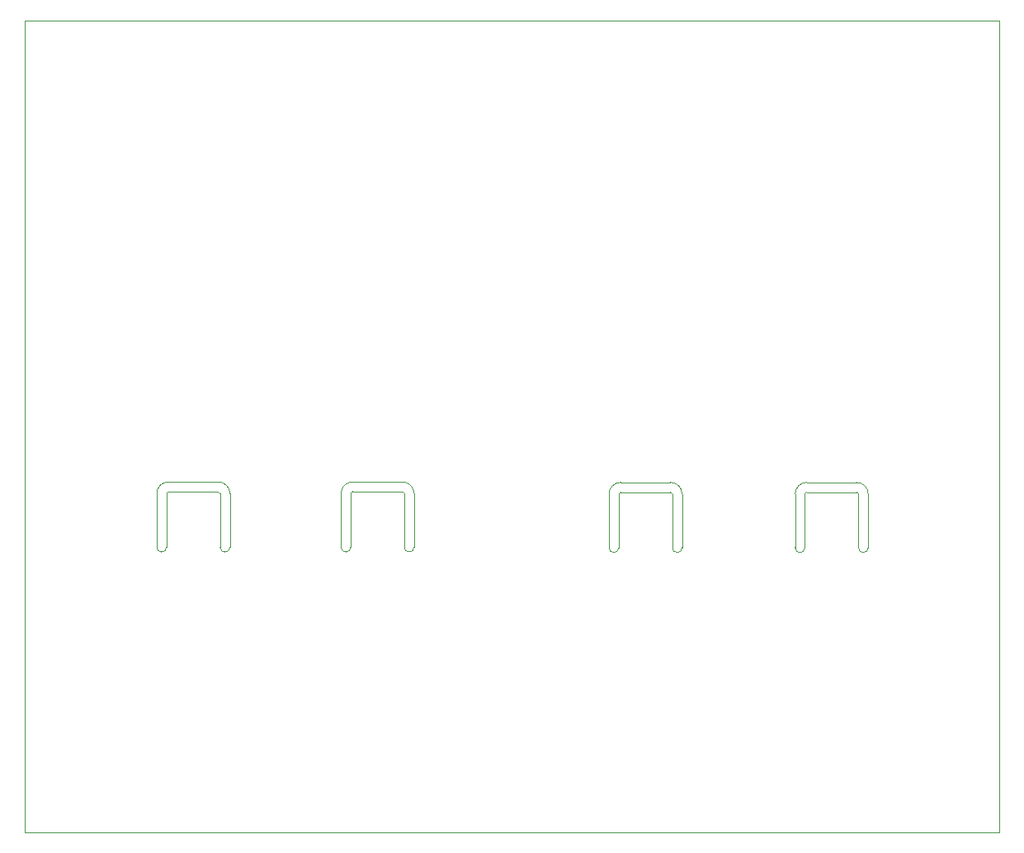
<source format=gbr>
%TF.GenerationSoftware,KiCad,Pcbnew,8.0.5*%
%TF.CreationDate,2025-03-13T21:04:31+01:00*%
%TF.ProjectId,esp32_blinds_controller,65737033-325f-4626-9c69-6e64735f636f,V0.2*%
%TF.SameCoordinates,Original*%
%TF.FileFunction,Paste,Top*%
%TF.FilePolarity,Positive*%
%FSLAX46Y46*%
G04 Gerber Fmt 4.6, Leading zero omitted, Abs format (unit mm)*
G04 Created by KiCad (PCBNEW 8.0.5) date 2025-03-13 21:04:31*
%MOMM*%
%LPD*%
G01*
G04 APERTURE LIST*
%TA.AperFunction,Profile*%
%ADD10C,0.050000*%
%TD*%
%TA.AperFunction,Profile*%
%ADD11C,0.120000*%
%TD*%
G04 APERTURE END LIST*
D10*
X139900000Y-103048528D02*
G75*
G02*
X141100000Y-104248528I0J-1200000D01*
G01*
X167400000Y-103100000D02*
G75*
G02*
X168600000Y-104300000I0J-1200000D01*
G01*
X168600000Y-109800000D02*
G75*
G02*
X167600000Y-109800000I-500000J0D01*
G01*
X187700000Y-109800000D02*
X187700000Y-104300000D01*
X161100000Y-109800000D02*
X161100000Y-104300000D01*
X134600000Y-109748528D02*
X134600000Y-104248528D01*
X122200000Y-109750000D02*
G75*
G02*
X121200000Y-109750000I-500000J0D01*
G01*
X122200000Y-109750000D02*
X122200000Y-104250000D01*
X134800000Y-103048528D02*
X139900000Y-103048528D01*
X162300000Y-104100000D02*
X167400000Y-104100000D01*
X141100000Y-109748528D02*
X141100000Y-104248528D01*
X181200000Y-109800000D02*
G75*
G02*
X180200000Y-109800000I-500000J0D01*
G01*
X121000000Y-103050000D02*
G75*
G02*
X122200000Y-104250000I0J-1200000D01*
G01*
X181400000Y-104100000D02*
X186500000Y-104100000D01*
X162100000Y-104300000D02*
G75*
G02*
X162300000Y-104100000I200000J0D01*
G01*
X133600000Y-104248528D02*
G75*
G02*
X134800000Y-103048528I1200000J0D01*
G01*
X121200000Y-109750000D02*
X121200000Y-104250000D01*
X187700000Y-109800000D02*
G75*
G02*
X186700000Y-109800000I-500000J0D01*
G01*
X115900000Y-104050000D02*
X121000000Y-104050000D01*
X115700000Y-109750000D02*
X115700000Y-104250000D01*
X167400000Y-104100000D02*
G75*
G02*
X167600000Y-104300000I0J-200000D01*
G01*
X141100000Y-109748528D02*
G75*
G02*
X140100000Y-109748528I-500000J0D01*
G01*
X186700000Y-109800000D02*
X186700000Y-104300000D01*
X180200000Y-104300000D02*
G75*
G02*
X181400000Y-103100000I1200000J0D01*
G01*
X134800000Y-104048528D02*
X139900000Y-104048528D01*
X181200000Y-104300000D02*
G75*
G02*
X181400000Y-104100000I200000J0D01*
G01*
X186500000Y-104100000D02*
G75*
G02*
X186700000Y-104300000I0J-200000D01*
G01*
X162100000Y-109800000D02*
G75*
G02*
X161100000Y-109800000I-500000J0D01*
G01*
X139900000Y-104048528D02*
G75*
G02*
X140100000Y-104248528I0J-200000D01*
G01*
X115700000Y-109750000D02*
G75*
G02*
X114700000Y-109750000I-500000J0D01*
G01*
X186500000Y-103100000D02*
G75*
G02*
X187700000Y-104300000I0J-1200000D01*
G01*
X180200000Y-109800000D02*
X180200000Y-104300000D01*
X162100000Y-109800000D02*
X162100000Y-104300000D01*
X134600000Y-104248528D02*
G75*
G02*
X134800000Y-104048528I200000J0D01*
G01*
X115900000Y-103050000D02*
X121000000Y-103050000D01*
X121000000Y-104050000D02*
G75*
G02*
X121200000Y-104250000I0J-200000D01*
G01*
X140100000Y-109748528D02*
X140100000Y-104248528D01*
X181200000Y-109800000D02*
X181200000Y-104300000D01*
X114700000Y-109750000D02*
X114700000Y-104250000D01*
X168600000Y-109800000D02*
X168600000Y-104300000D01*
X162300000Y-103100000D02*
X167400000Y-103100000D01*
X167600000Y-109800000D02*
X167600000Y-104300000D01*
X161100000Y-104300000D02*
G75*
G02*
X162300000Y-103100000I1200000J0D01*
G01*
X134600000Y-109748528D02*
G75*
G02*
X133600000Y-109748528I-500000J0D01*
G01*
X181400000Y-103100000D02*
X186500000Y-103100000D01*
X115700000Y-104250000D02*
G75*
G02*
X115900000Y-104050000I200000J0D01*
G01*
X114700000Y-104250000D02*
G75*
G02*
X115900000Y-103050000I1200000J0D01*
G01*
X133600000Y-109748528D02*
X133600000Y-104248528D01*
D11*
%TO.C,MOD1*%
X101175000Y-55745000D02*
X101175000Y-138995000D01*
X101175000Y-138995000D02*
X201175000Y-138995000D01*
X201175000Y-55745000D02*
X101175000Y-55745000D01*
X201175000Y-138995000D02*
X201175000Y-55745000D01*
%TD*%
M02*

</source>
